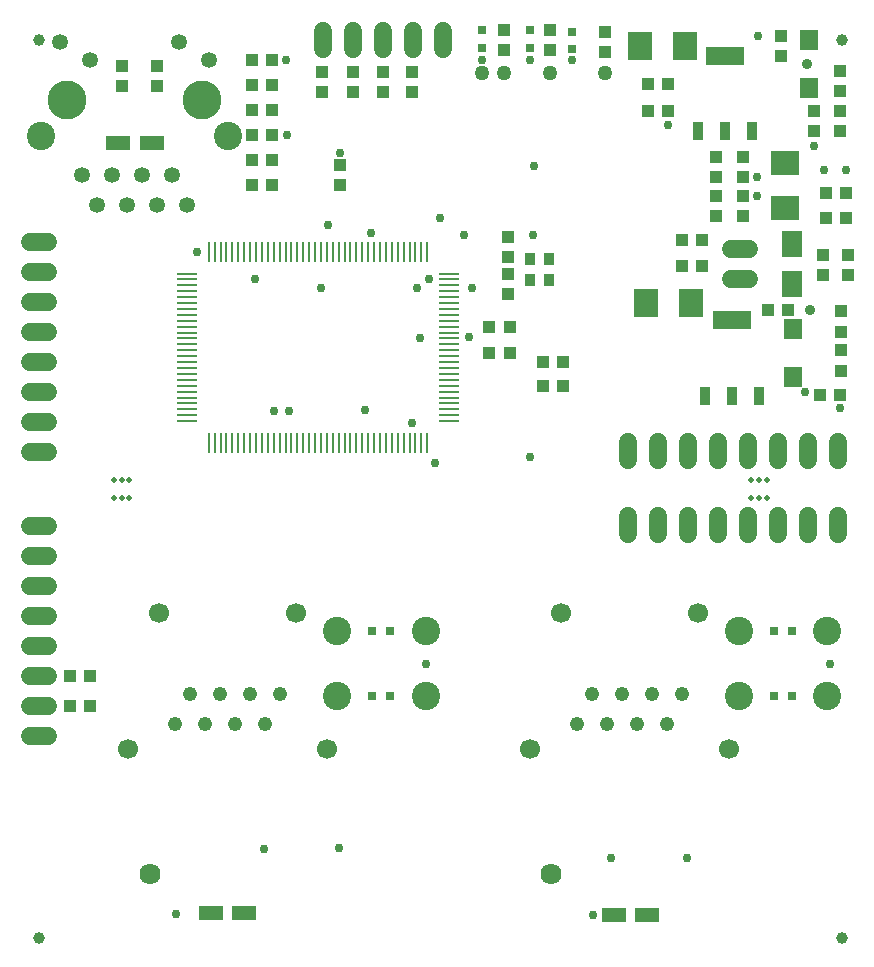
<source format=gts>
G75*
%MOIN*%
%OFA0B0*%
%FSLAX25Y25*%
%IPPOS*%
%LPD*%
%AMOC8*
5,1,8,0,0,1.08239X$1,22.5*
%
%ADD10C,0.01969*%
%ADD11R,0.03500X0.06400*%
%ADD12R,0.12500X0.06400*%
%ADD13R,0.04331X0.03937*%
%ADD14R,0.03937X0.04331*%
%ADD15C,0.06000*%
%ADD16C,0.04800*%
%ADD17C,0.07050*%
%ADD18C,0.06693*%
%ADD19C,0.05315*%
%ADD20C,0.09449*%
%ADD21C,0.12992*%
%ADD22R,0.07874X0.04724*%
%ADD23R,0.07874X0.09449*%
%ADD24R,0.09449X0.07874*%
%ADD25R,0.06500X0.08600*%
%ADD26R,0.03150X0.03150*%
%ADD27R,0.01100X0.06900*%
%ADD28R,0.06900X0.01100*%
%ADD29R,0.03543X0.03937*%
%ADD30C,0.05000*%
%ADD31R,0.06000X0.06600*%
%ADD32C,0.03937*%
%ADD33C,0.02953*%
%ADD34C,0.03543*%
D10*
X0077174Y0176205D03*
X0079831Y0176205D03*
X0082489Y0176205D03*
X0082489Y0182110D03*
X0079831Y0182110D03*
X0077174Y0182110D03*
X0289772Y0182110D03*
X0292430Y0182110D03*
X0295087Y0182110D03*
X0295087Y0176205D03*
X0292430Y0176205D03*
X0289772Y0176205D03*
D11*
X0292475Y0210258D03*
X0283375Y0210258D03*
X0274275Y0210258D03*
X0271913Y0298447D03*
X0281013Y0298447D03*
X0290113Y0298447D03*
D12*
X0281013Y0323647D03*
X0283375Y0235458D03*
D13*
X0295461Y0239039D03*
X0302154Y0239039D03*
X0319595Y0238410D03*
X0319595Y0231717D03*
X0319595Y0225417D03*
X0319595Y0218725D03*
X0319398Y0210654D03*
X0312706Y0210654D03*
X0273335Y0253567D03*
X0266643Y0253567D03*
X0266643Y0262228D03*
X0273335Y0262228D03*
X0314674Y0269709D03*
X0321367Y0269709D03*
X0321367Y0277976D03*
X0314674Y0277976D03*
X0319202Y0298646D03*
X0319202Y0305339D03*
X0319202Y0312032D03*
X0319202Y0318725D03*
X0261918Y0314197D03*
X0255225Y0314197D03*
X0255225Y0305142D03*
X0261918Y0305142D03*
X0240855Y0325024D03*
X0240855Y0331717D03*
X0222745Y0332110D03*
X0222745Y0325417D03*
X0207391Y0325417D03*
X0207391Y0332110D03*
X0176682Y0318331D03*
X0176682Y0311638D03*
X0166839Y0311638D03*
X0166839Y0318331D03*
X0156997Y0318331D03*
X0156997Y0311638D03*
X0146761Y0311638D03*
X0146761Y0318331D03*
X0130028Y0322071D03*
X0123335Y0322071D03*
X0123335Y0297268D03*
X0130028Y0297268D03*
X0152666Y0287228D03*
X0152666Y0280536D03*
X0091643Y0313646D03*
X0091643Y0320339D03*
X0079989Y0320299D03*
X0079989Y0313606D03*
D14*
X0123335Y0313803D03*
X0130028Y0313803D03*
X0130028Y0305536D03*
X0123335Y0305536D03*
X0123335Y0289000D03*
X0130028Y0289000D03*
X0130028Y0280732D03*
X0123335Y0280732D03*
X0202469Y0233095D03*
X0209162Y0233095D03*
X0209162Y0224433D03*
X0202469Y0224433D03*
X0220186Y0221677D03*
X0226879Y0221677D03*
X0226879Y0213410D03*
X0220186Y0213410D03*
X0208572Y0244315D03*
X0208572Y0251008D03*
X0208572Y0256520D03*
X0208572Y0263213D03*
X0277863Y0270299D03*
X0277863Y0276992D03*
X0277863Y0283291D03*
X0277863Y0289984D03*
X0286918Y0289984D03*
X0286918Y0283291D03*
X0286918Y0276992D03*
X0286918Y0270299D03*
X0313690Y0257307D03*
X0313690Y0250614D03*
X0321957Y0250614D03*
X0321957Y0257307D03*
X0310540Y0298646D03*
X0310540Y0305339D03*
X0299517Y0323449D03*
X0299517Y0330142D03*
X0069438Y0116815D03*
X0062745Y0116815D03*
X0062666Y0106973D03*
X0069359Y0106973D03*
D15*
X0055272Y0106913D02*
X0049272Y0106913D01*
X0049272Y0096913D02*
X0055272Y0096913D01*
X0055272Y0116913D02*
X0049272Y0116913D01*
X0049272Y0126913D02*
X0055272Y0126913D01*
X0055272Y0136913D02*
X0049272Y0136913D01*
X0049272Y0146913D02*
X0055272Y0146913D01*
X0055272Y0156913D02*
X0049272Y0156913D01*
X0049272Y0166913D02*
X0055272Y0166913D01*
X0055272Y0191402D02*
X0049272Y0191402D01*
X0049272Y0201402D02*
X0055272Y0201402D01*
X0055272Y0211402D02*
X0049272Y0211402D01*
X0049272Y0221402D02*
X0055272Y0221402D01*
X0055272Y0231402D02*
X0049272Y0231402D01*
X0049272Y0241402D02*
X0055272Y0241402D01*
X0055272Y0251402D02*
X0049272Y0251402D01*
X0049272Y0261402D02*
X0055272Y0261402D01*
X0146839Y0325764D02*
X0146839Y0331764D01*
X0156839Y0331764D02*
X0156839Y0325764D01*
X0166839Y0325764D02*
X0166839Y0331764D01*
X0176839Y0331764D02*
X0176839Y0325764D01*
X0186839Y0325764D02*
X0186839Y0331764D01*
X0282937Y0259354D02*
X0288937Y0259354D01*
X0288937Y0249354D02*
X0282937Y0249354D01*
X0278769Y0194756D02*
X0278769Y0188756D01*
X0268769Y0188756D02*
X0268769Y0194756D01*
X0258769Y0194756D02*
X0258769Y0188756D01*
X0248769Y0188756D02*
X0248769Y0194756D01*
X0248769Y0170347D02*
X0248769Y0164347D01*
X0258769Y0164347D02*
X0258769Y0170347D01*
X0268769Y0170347D02*
X0268769Y0164347D01*
X0278769Y0164347D02*
X0278769Y0170347D01*
X0288769Y0170347D02*
X0288769Y0164347D01*
X0298769Y0164347D02*
X0298769Y0170347D01*
X0308769Y0170347D02*
X0308769Y0164347D01*
X0318769Y0164347D02*
X0318769Y0170347D01*
X0318769Y0188756D02*
X0318769Y0194756D01*
X0308769Y0194756D02*
X0308769Y0188756D01*
X0298769Y0188756D02*
X0298769Y0194756D01*
X0288769Y0194756D02*
X0288769Y0188756D01*
D16*
X0266623Y0110843D03*
X0256623Y0110843D03*
X0246623Y0110843D03*
X0236623Y0110843D03*
X0241623Y0100843D03*
X0231623Y0100843D03*
X0251623Y0100843D03*
X0261623Y0100843D03*
X0132765Y0110843D03*
X0122765Y0110843D03*
X0112765Y0110843D03*
X0102765Y0110843D03*
X0107765Y0100843D03*
X0117765Y0100843D03*
X0127765Y0100843D03*
X0097765Y0100843D03*
D17*
X0089265Y0051043D03*
X0223123Y0051043D03*
D18*
X0215954Y0092543D03*
X0226288Y0137819D03*
X0271957Y0137819D03*
X0282292Y0092543D03*
X0148434Y0092543D03*
X0138099Y0137819D03*
X0092430Y0137819D03*
X0082095Y0092543D03*
D19*
X0081662Y0273866D03*
X0091662Y0273866D03*
X0101662Y0273866D03*
X0096662Y0283866D03*
X0086662Y0283866D03*
X0076662Y0283866D03*
X0066662Y0283866D03*
X0071662Y0273866D03*
X0069258Y0322165D03*
X0059266Y0328151D03*
X0099061Y0328149D03*
X0109069Y0322167D03*
D20*
X0115166Y0296858D03*
X0053158Y0296858D03*
X0151682Y0131913D03*
X0151682Y0110260D03*
X0181209Y0110260D03*
X0181209Y0131913D03*
X0285540Y0131913D03*
X0285540Y0110260D03*
X0315068Y0110260D03*
X0315068Y0131913D03*
D21*
X0106662Y0308866D03*
X0061662Y0308866D03*
D22*
X0078808Y0294714D03*
X0089831Y0294714D03*
X0109700Y0037770D03*
X0120724Y0037770D03*
X0243873Y0037348D03*
X0254897Y0037348D03*
D23*
X0254777Y0241338D03*
X0269738Y0241338D03*
X0267627Y0326795D03*
X0252666Y0326795D03*
D24*
X0301091Y0287819D03*
X0301091Y0272858D03*
D25*
X0303454Y0261054D03*
X0303454Y0247654D03*
D26*
X0229831Y0325811D03*
X0229831Y0331717D03*
X0216052Y0332110D03*
X0216052Y0326205D03*
X0199910Y0326205D03*
X0199910Y0332110D03*
X0169398Y0131913D03*
X0163493Y0131913D03*
X0163493Y0110260D03*
X0169398Y0110260D03*
X0297351Y0110260D03*
X0303257Y0110260D03*
X0303257Y0131913D03*
X0297351Y0131913D03*
D27*
X0181741Y0194661D03*
X0179772Y0194661D03*
X0177804Y0194661D03*
X0175835Y0194661D03*
X0173867Y0194661D03*
X0171898Y0194661D03*
X0169930Y0194661D03*
X0167961Y0194661D03*
X0165993Y0194661D03*
X0164024Y0194661D03*
X0162056Y0194661D03*
X0160087Y0194661D03*
X0158119Y0194661D03*
X0156150Y0194661D03*
X0154182Y0194661D03*
X0152213Y0194661D03*
X0150245Y0194661D03*
X0148276Y0194661D03*
X0146308Y0194661D03*
X0144339Y0194661D03*
X0142371Y0194661D03*
X0140402Y0194661D03*
X0138434Y0194661D03*
X0136465Y0194661D03*
X0134497Y0194661D03*
X0132528Y0194661D03*
X0130560Y0194661D03*
X0128591Y0194661D03*
X0126623Y0194661D03*
X0124654Y0194661D03*
X0122686Y0194661D03*
X0120717Y0194661D03*
X0118749Y0194661D03*
X0116780Y0194661D03*
X0114812Y0194661D03*
X0112843Y0194661D03*
X0110875Y0194661D03*
X0108906Y0194661D03*
X0108906Y0258261D03*
X0110875Y0258261D03*
X0112843Y0258261D03*
X0114812Y0258261D03*
X0116780Y0258261D03*
X0118749Y0258261D03*
X0120717Y0258261D03*
X0122686Y0258261D03*
X0124654Y0258261D03*
X0126623Y0258261D03*
X0128591Y0258261D03*
X0130560Y0258261D03*
X0132528Y0258261D03*
X0134497Y0258261D03*
X0136465Y0258261D03*
X0138434Y0258261D03*
X0140402Y0258261D03*
X0142371Y0258261D03*
X0144339Y0258261D03*
X0146308Y0258261D03*
X0148276Y0258261D03*
X0150245Y0258261D03*
X0152213Y0258261D03*
X0154182Y0258261D03*
X0156150Y0258261D03*
X0158119Y0258261D03*
X0160087Y0258261D03*
X0162056Y0258261D03*
X0164024Y0258261D03*
X0165993Y0258261D03*
X0167961Y0258261D03*
X0169930Y0258261D03*
X0171898Y0258261D03*
X0173867Y0258261D03*
X0175835Y0258261D03*
X0177804Y0258261D03*
X0179772Y0258261D03*
X0181741Y0258261D03*
D28*
X0188924Y0251067D03*
X0188924Y0249099D03*
X0188924Y0247130D03*
X0188924Y0245162D03*
X0188924Y0243193D03*
X0188924Y0241225D03*
X0188924Y0239256D03*
X0188924Y0237287D03*
X0188924Y0235319D03*
X0188924Y0233350D03*
X0188924Y0231382D03*
X0188924Y0229413D03*
X0188924Y0227445D03*
X0188924Y0225476D03*
X0188924Y0223508D03*
X0188924Y0221539D03*
X0188924Y0219571D03*
X0188924Y0217602D03*
X0188924Y0215634D03*
X0188924Y0213665D03*
X0188924Y0211697D03*
X0188924Y0209728D03*
X0188924Y0207760D03*
X0188924Y0205791D03*
X0188924Y0203823D03*
X0188924Y0201854D03*
X0101724Y0201854D03*
X0101724Y0203823D03*
X0101724Y0205791D03*
X0101724Y0207760D03*
X0101724Y0209728D03*
X0101724Y0211697D03*
X0101724Y0213665D03*
X0101724Y0215634D03*
X0101724Y0217602D03*
X0101724Y0219571D03*
X0101724Y0221539D03*
X0101724Y0223508D03*
X0101724Y0225476D03*
X0101724Y0227445D03*
X0101724Y0229413D03*
X0101724Y0231382D03*
X0101724Y0233350D03*
X0101724Y0235319D03*
X0101724Y0237287D03*
X0101724Y0239256D03*
X0101724Y0241225D03*
X0101724Y0243193D03*
X0101724Y0245162D03*
X0101724Y0247130D03*
X0101724Y0249099D03*
X0101724Y0251067D03*
D29*
X0216150Y0248744D03*
X0222253Y0248744D03*
X0222253Y0256028D03*
X0216150Y0256028D03*
D30*
X0222745Y0317740D03*
X0207391Y0317740D03*
X0199910Y0317740D03*
X0240855Y0317740D03*
D31*
X0308926Y0313008D03*
X0308926Y0329008D03*
X0303690Y0232551D03*
X0303690Y0216551D03*
D32*
X0052272Y0029551D03*
X0319989Y0029551D03*
X0319989Y0328764D03*
X0052272Y0328764D03*
D33*
X0105028Y0258291D03*
X0124320Y0249236D03*
X0146367Y0246087D03*
X0148729Y0267268D03*
X0162902Y0264591D03*
X0182194Y0249236D03*
X0178257Y0246087D03*
X0179438Y0229551D03*
X0195580Y0229945D03*
X0196761Y0246087D03*
X0194005Y0263803D03*
X0186131Y0269709D03*
X0216839Y0263803D03*
X0217233Y0287032D03*
X0216052Y0322071D03*
X0229831Y0322071D03*
X0199910Y0322071D03*
X0152666Y0291362D03*
X0134950Y0297268D03*
X0134556Y0322071D03*
X0135737Y0205142D03*
X0130619Y0205142D03*
X0160934Y0205536D03*
X0176682Y0201205D03*
X0184162Y0187819D03*
X0216052Y0189787D03*
X0181406Y0120890D03*
X0152483Y0059571D03*
X0127483Y0059084D03*
X0097942Y0037721D03*
X0236879Y0037327D03*
X0243098Y0056377D03*
X0268198Y0056377D03*
X0316052Y0120890D03*
X0319438Y0206244D03*
X0307784Y0211441D03*
X0291643Y0276795D03*
X0291643Y0283095D03*
X0310540Y0293725D03*
X0314083Y0285457D03*
X0321170Y0285457D03*
X0292036Y0330339D03*
X0262115Y0300417D03*
D34*
X0308178Y0320890D03*
X0309438Y0238803D03*
M02*

</source>
